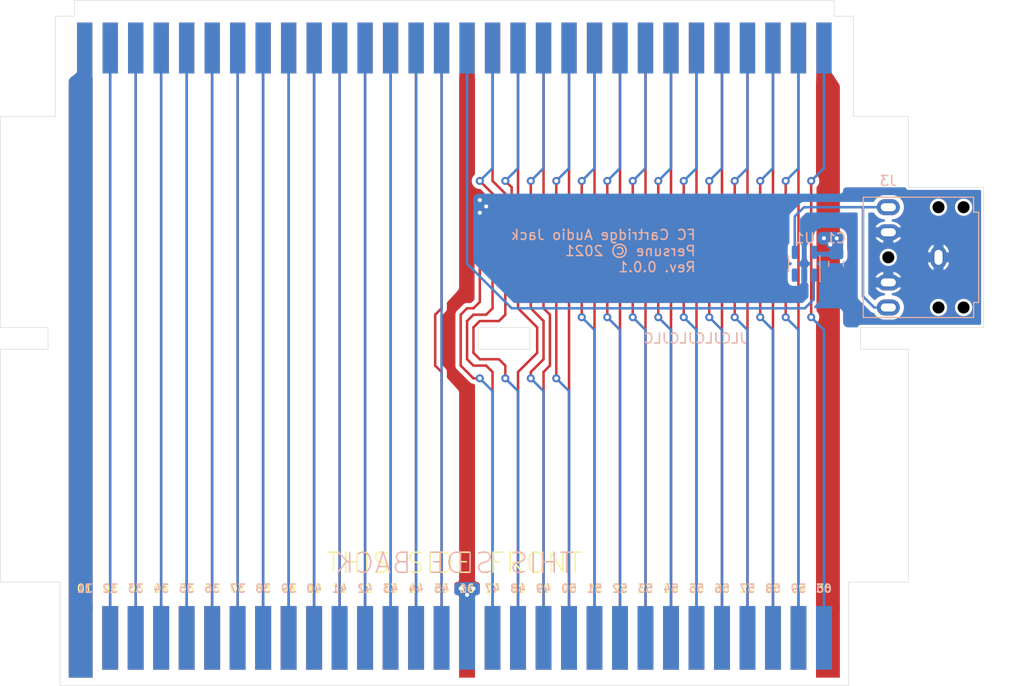
<source format=kicad_pcb>
(kicad_pcb (version 20211014) (generator pcbnew)
  (title_block (title "FC Cartridge Audio Jack") (date "2021-12-28") (rev "0.0.1") (company "Persune"))
  (layers (0 "F.Cu" mixed) (31 "B.Cu" mixed) (34 "B.Paste" user) (35 "F.Paste" user) (36 "B.SilkS" user "B.Silkscreen") (37 "F.SilkS" user "F.Silkscreen") (38 "B.Mask" user) (39 "F.Mask" user) (44 "Edge.Cuts" user))
  (net 0 "")
  (net 1 "/CPU_A11")
  (net 2 "/CPU_A10")
  (net 3 "/CPU_A9")
  (net 4 "/CPU_A8")
  (net 5 "/CPU_A7")
  (net 6 "/CPU_A6")
  (net 7 "/CPU_A5")
  (net 8 "/CPU_A4")
  (net 9 "/CPU_A3")
  (net 10 "/CPU_A2")
  (net 11 "/CPU_A1")
  (net 12 "/CPU_A0")
  (net 13 "/CPU_R~{W}")
  (net 14 "/~{IRQ}")
  (net 15 "/PPU_~{RD}")
  (net 16 "/CIRAM_A10")
  (net 17 "/PPU_A6")
  (net 18 "/PPU_A5")
  (net 19 "/PPU_A4")
  (net 20 "/PPU_A3")
  (net 21 "/PPU_A2")
  (net 22 "/PPU_A1")
  (net 23 "/PPU_A0")
  (net 24 "/PPU_D0")
  (net 25 "/PPU_D1")
  (net 26 "/PPU_D2")
  (net 27 "/PPU_D3")
  (net 28 "/M2")
  (net 29 "/CPU_A12")
  (net 30 "/CPU_A13")
  (net 31 "/CPU_A14")
  (net 32 "/CPU_D7")
  (net 33 "/CPU_D6")
  (net 34 "/CPU_D5")
  (net 35 "/CPU_D4")
  (net 36 "/CPU_D3")
  (net 37 "/CPU_D2")
  (net 38 "/CPU_D1")
  (net 39 "/CPU_D0")
  (net 40 "/~{ROMSEL}")
  (net 41 "/AUD_From2A03")
  (net 42 "/AUD_FromCart")
  (net 43 "/PPU_~{WR}")
  (net 44 "/CIRAM_~{CE}")
  (net 45 "/PPU_~{A13}")
  (net 46 "/PPU_A7")
  (net 47 "/PPU_A8")
  (net 48 "/PPU_A9")
  (net 49 "/PPU_A10")
  (net 50 "/PPU_A11")
  (net 51 "/PPU_A12")
  (net 52 "/PPU_A13")
  (net 53 "/PPU_D7")
  (net 54 "/PPU_D6")
  (net 55 "/PPU_D5")
  (net 56 "/PPU_D4")
  (net 57 "/AUD_Output")
  (net 58 "GND")
  (net 59 "VCC")
  (footprint "custom footprints:HVC-TGROM-01" (layer "F.Cu") (at 109.22 91.44)
    (fp_text reference "J2" hide)
    (fp_text value "ToConsole" hide)
    (pad "1" connect rect locked (at -37.226875 5.953125) (size 2.38125 7.14375) (layers "F.Cu") (net 58 "GND"))
    (pad "2" connect rect locked (at -34.29 5.55625) (size 1.5875 6.35) (layers "F.Cu") (net 1 "/CPU_A11"))
    (pad "3" connect rect locked (at -31.75 5.55625) (size 1.5875 6.35) (layers "F.Cu") (net 2 "/CPU_A10"))
    (pad "4" connect rect locked (at -29.21 5.55625) (size 1.5875 6.35) (layers "F.Cu") (net 3 "/CPU_A9"))
    (pad "5" connect rect locked (at -26.67 5.55625) (size 1.5875 6.35) (layers "F.Cu") (net 4 "/CPU_A8"))
    (pad "6" connect rect locked (at -24.13 5.55625) (size 1.5875 6.35) (layers "F.Cu") (net 5 "/CPU_A7"))
    (pad "7" connect rect locked (at -21.59 5.55625) (size 1.5875 6.35) (layers "F.Cu") (net 6 "/CPU_A6"))
    (pad "8" connect rect locked (at -19.05 5.55625) (size 1.5875 6.35) (layers "F.Cu") (net 7 "/CPU_A5"))
    (pad "9" connect rect locked (at -16.51 5.55625) (size 1.5875 6.35) (layers "F.Cu") (net 8 "/CPU_A4"))
    (pad "10" connect rect locked (at -13.97 5.55625) (size 1.5875 6.35) (layers "F.Cu") (net 9 "/CPU_A3"))
    (pad "11" connect rect locked (at -11.43 5.55625) (size 1.5875 6.35) (layers "F.Cu") (net 10 "/CPU_A2"))
    (pad "12" connect rect locked (at -8.89 5.55625) (size 1.5875 6.35) (layers "F.Cu") (net 11 "/CPU_A1"))
    (pad "13" connect rect locked (at -6.35 5.55625) (size 1.5875 6.35) (layers "F.Cu") (net 12 "/CPU_A0"))
    (pad "14" connect rect locked (at -3.81 5.55625) (size 1.5875 6.35) (layers "F.Cu") (net 13 "/CPU_R~{W}"))
    (pad "15" connect rect locked (at -1.27 5.55625) (size 1.5875 6.35) (layers "F.Cu") (net 14 "/~{IRQ}"))
    (pad "16" connect rect locked (at 1.27 5.953125) (size 1.5875 7.14375) (layers "F.Cu") (net 58 "GND"))
    (pad "17" connect rect locked (at 3.81 5.55625) (size 1.5875 6.35) (layers "F.Cu") (net 15 "/PPU_~{RD}"))
    (pad "18" connect rect locked (at 6.35 5.55625) (size 1.5875 6.35) (layers "F.Cu") (net 16 "/CIRAM_A10"))
    (pad "19" connect rect locked (at 8.89 5.55625) (size 1.5875 6.35) (layers "F.Cu") (net 17 "/PPU_A6"))
    (pad "20" connect rect locked (at 11.43 5.55625) (size 1.5875 6.35) (layers "F.Cu") (net 18 "/PPU_A5"))
    (pad "21" connect rect locked (at 13.97 5.55625) (size 1.5875 6.35) (layers "F.Cu") (net 19 "/PPU_A4"))
    (pad "22" connect rect locked (at 16.51 5.55625) (size 1.5875 6.35) (layers "F.Cu") (net 20 "/PPU_A3"))
    (pad "23" connect rect locked (at 19.05 5.55625) (size 1.5875 6.35) (layers "F.Cu") (net 21 "/PPU_A2"))
    (pad "24" connect rect locked (at 21.59 5.55625) (size 1.5875 6.35) (layers "F.Cu") (net 22 "/PPU_A1"))
    (pad "25" connect rect locked (at 24.13 5.55625) (size 1.5875 6.35) (layers "F.Cu") (net 23 "/PPU_A0"))
    (pad "26" connect rect locked (at 26.67 5.55625) (size 1.5875 6.35) (layers "F.Cu") (net 24 "/PPU_D0"))
    (pad "27" connect rect locked (at 29.21 5.55625) (size 1.5875 6.35) (layers "F.Cu") (net 25 "/PPU_D1"))
    (pad "28" connect rect locked (at 31.75 5.55625) (size 1.5875 6.35) (layers "F.Cu") (net 26 "/PPU_D2"))
    (pad "29" connect rect locked (at 34.29 5.55625) (size 1.5875 6.35) (layers "F.Cu") (net 27 "/PPU_D3"))
    (pad "30" connect rect locked (at 37.226875 5.953125) (size 2.38125 7.14375) (layers "F.Cu") (net 59 "VCC"))
    (pad "31" connect rect locked (at -37.226875 5.953125) (size 2.38125 7.14375) (layers "B.Cu") (net 59 "VCC"))
    (pad "32" connect rect locked (at -34.29 5.55625 180) (size 1.5875 6.35) (layers "B.Cu") (net 28 "/M2"))
    (pad "33" connect rect locked (at -31.75 5.55625 180) (size 1.5875 6.35) (layers "B.Cu") (net 29 "/CPU_A12"))
    (pad "34" connect rect locked (at -29.21 5.55625 180) (size 1.5875 6.35) (layers "B.Cu") (net 30 "/CPU_A13"))
    (pad "35" connect rect locked (at -26.67 5.55625 180) (size 1.5875 6.35) (layers "B.Cu") (net 31 "/CPU_A14"))
    (pad "36" connect rect locked (at -24.13 5.55625 180) (size 1.5875 6.35) (layers "B.Cu") (net 32 "/CPU_D7"))
    (pad "37" connect rect locked (at -21.59 5.55625 180) (size 1.5875 6.35) (layers "B.Cu") (net 33 "/CPU_D6"))
    (pad "38" connect rect locked (at -19.05 5.55625 180) (size 1.5875 6.35) (layers "B.Cu") (net 34 "/CPU_D5"))
    (pad "39" connect rect locked (at -16.51 5.55625 180) (size 1.5875 6.35) (layers "B.Cu") (net 35 "/CPU_D4"))
    (pad "40" connect rect locked (at -13.97 5.55625 180) (size 1.5875 6.35) (layers "B.Cu") (net 36 "/CPU_D3"))
    (pad "41" connect rect locked (at -11.43 5.55625 180) (size 1.5875 6.35) (layers "B.Cu") (net 37 "/CPU_D2"))
    (pad "42" connect rect locked (at -8.89 5.55625 180) (size 1.5875 6.35) (layers "B.Cu") (net 38 "/CPU_D1"))
    (pad "43" connect rect locked (at -6.35 5.55625 180) (size 1.5875 6.35) (layers "B.Cu") (net 39 "/CPU_D0"))
    (pad "44" connect rect locked (at -3.81 5.55625 180) (size 1.5875 6.35) (layers "B.Cu") (net 40 "/~{ROMSEL}"))
    (pad "45" connect rect locked (at -1.27 5.55625 180) (size 1.5875 6.35) (layers "B.Cu") (net 41 "/AUD_From2A03"))
    (pad "46" connect rect locked (at 1.27 5.55625 180) (size 1.5875 6.35) (layers "B.Cu") (net 58 "GND"))
    (pad "47" connect rect locked (at 3.81 5.55625 180) (size 1.5875 6.35) (layers "B.Cu") (net 43 "/PPU_~{WR}"))
    (pad "48" connect rect locked (at 6.35 5.55625 180) (size 1.5875 6.35) (layers "B.Cu") (net 44 "/CIRAM_~{CE}"))
    (pad "49" connect rect locked (at 8.89 5.55625 180) (size 1.5875 6.35) (layers "B.Cu") (net 45 "/PPU_~{A13}"))
    (pad "50" connect rect locked (at 11.43 5.55625 180) (size 1.5875 6.35) (layers "B.Cu") (net 46 "/PPU_A7"))
    (pad "51" connect rect locked (at 13.97 5.55625 180) (size 1.5875 6.35) (layers "B.Cu") (net 47 "/PPU_A8"))
    (pad "52" connect rect locked (at 16.51 5.55625 180) (size 1.5875 6.35) (layers "B.Cu") (net 48 "/PPU_A9"))
    (pad "53" connect rect locked (at 19.05 5.55625 180) (size 1.5875 6.35) (layers "B.Cu") (net 49 "/PPU_A10"))
    (pad "54" connect rect locked (at 21.59 5.55625 180) (size 1.5875 6.35) (layers "B.Cu") (net 50 "/PPU_A11"))
    (pad "55" connect rect locked (at 24.13 5.55625 180) (size 1.5875 6.35) (layers "B.Cu") (net 51 "/PPU_A12"))
    (pad "56" connect rect locked (at 26.67 5.55625 180) (size 1.5875 6.35) (layers "B.Cu") (net 52 "/PPU_A13"))
    (pad "57" connect rect locked (at 29.21 5.55625 180) (size 1.5875 6.35) (layers "B.Cu") (net 53 "/PPU_D7"))
    (pad "58" connect rect locked (at 31.75 5.55625 180) (size 1.5875 6.35) (layers "B.Cu") (net 54 "/PPU_D6"))
    (pad "59" connect rect locked (at 34.29 5.55625 180) (size 1.5875 6.35) (layers "B.Cu") (net 55 "/PPU_D5"))
    (pad "60" connect rect locked (at 36.83 5.55625 180) (size 1.5875 6.35) (layers "B.Cu") (net 56 "/PPU_D4"))
  )
  (footprint "custom footprints:card edge" (layer "F.Cu") (at 109.22 45.005625)
    (fp_text reference "J1" hide)
    (fp_text value "ToCartridge" hide)
    (fp_line (start -39.75 -10) (end -37.85 -10) (layer "Edge.Cuts") (width 0.05))
    (fp_line (start -37.85 -10) (end -37.85 -11.5875) (layer "Edge.Cuts") (width 0.05))
    (fp_line (start 39.75 -10) (end 37.85 -10) (layer "Edge.Cuts") (width 0.05))
    (fp_line (start 39.75 -10) (end 39.75 0) (layer "Edge.Cuts") (width 0.05))
    (fp_line (start 37.85 -10) (end 37.85 -11.5875) (layer "Edge.Cuts") (width 0.05))
    (fp_line (start 37.85 -11.5875) (end -37.85 -11.5875) (layer "Edge.Cuts") (width 0.05))
    (fp_line (start 45.24375 0) (end 39.75 0) (layer "Edge.Cuts") (width 0.05))
    (fp_line (start -39.75 -10) (end -39.75 0) (layer "Edge.Cuts") (width 0.05))
    (fp_line (start -39.75 0) (end -45.24375 0) (layer "Edge.Cuts") (width 0.05))
    (pad "1" connect rect (at -36.83 -6.825) (size 1.524 5.08) (layers "F.Cu") (net 58 "GND"))
    (pad "2" connect rect (at -34.29 -6.825) (size 1.524 5.08) (layers "F.Cu") (net 1 "/CPU_A11"))
    (pad "3" connect rect (at -31.75 -6.825) (size 1.524 5.08) (layers "F.Cu") (net 2 "/CPU_A10"))
    (pad "4" connect rect (at -29.21 -6.825) (size 1.524 5.08) (layers "F.Cu") (net 3 "/CPU_A9"))
    (pad "5" connect rect (at -26.67 -6.825) (size 1.524 5.08) (layers "F.Cu") (net 4 "/CPU_A8"))
    (pad "6" connect rect (at -24.13 -6.825) (size 1.524 5.08) (layers "F.Cu") (net 5 "/CPU_A7"))
    (pad "7" connect rect (at -21.59 -6.825) (size 1.524 5.08) (layers "F.Cu") (net 6 "/CPU_A6"))
    (pad "8" connect rect (at -19.05 -6.825) (size 1.524 5.08) (layers "F.Cu") (net 7 "/CPU_A5"))
    (pad "9" connect rect (at -16.51 -6.825) (size 1.524 5.08) (layers "F.Cu") (net 8 "/CPU_A4"))
    (pad "10" connect rect (at -13.97 -6.825) (size 1.524 5.08) (layers "F.Cu") (net 9 "/CPU_A3"))
    (pad "11" connect rect (at -11.43 -6.825) (size 1.524 5.08) (layers "F.Cu") (net 10 "/CPU_A2"))
    (pad "12" connect rect (at -8.89 -6.825) (size 1.524 5.08) (layers "F.Cu") (net 11 "/CPU_A1"))
    (pad "13" connect rect (at -6.35 -6.825) (size 1.524 5.08) (layers "F.Cu") (net 12 "/CPU_A0"))
    (pad "14" connect rect (at -3.81 -6.825) (size 1.524 5.08) (layers "F.Cu") (net 13 "/CPU_R~{W}"))
    (pad "15" connect rect (at -1.27 -6.825) (size 1.524 5.08) (layers "F.Cu") (net 14 "/~{IRQ}"))
    (pad "16" connect rect (at 1.27 -6.825) (size 1.524 5.08) (layers "F.Cu") (net 58 "GND"))
    (pad "17" connect rect (at 3.81 -6.825) (size 1.524 5.08) (layers "F.Cu") (net 15 "/PPU_~{RD}"))
    (pad "18" connect rect (at 6.35 -6.825) (size 1.524 5.08) (layers "F.Cu") (net 16 "/CIRAM_A10"))
    (pad "19" connect rect (at 8.89 -6.825) (size 1.524 5.08) (layers "F.Cu") (net 17 "/PPU_A6"))
    (pad "20" connect rect (at 11.43 -6.825) (size 1.524 5.08) (layers "F.Cu") (net 18 "/PPU_A5"))
    (pad "21" connect rect (at 13.97 -6.825) (size 1.524 5.08) (layers "F.Cu") (net 19 "/PPU_A4"))
    (pad "22" connect rect (at 16.51 -6.825) (size 1.524 5.08) (layers "F.Cu") (net 20 "/PPU_A3"))
    (pad "23" connect rect (at 19.05 -6.825) (size 1.524 5.08) (layers "F.Cu") (net 21 "/PPU_A2"))
    (pad "24" connect rect (at 21.59 -6.825) (size 1.524 5.08) (layers "F.Cu") (net 22 "/PPU_A1"))
    (pad "25" connect rect (at 24.13 -6.825) (size 1.524 5.08) (layers "F.Cu") (net 23 "/PPU_A0"))
    (pad "26" connect rect (at 26.67 -6.825) (size 1.524 5.08) (layers "F.Cu") (net 24 "/PPU_D0"))
    (pad "27" connect rect (at 29.21 -6.825) (size 1.524 5.08) (layers "F.Cu") (net 25 "/PPU_D1"))
    (pad "28" connect rect (at 31.75 -6.825) (size 1.524 5.08) (layers "F.Cu") (net 26 "/PPU_D2"))
    (pad "29" connect rect (at 34.29 -6.825) (size 1.524 5.08) (layers "F.Cu") (net 27 "/PPU_D3"))
    (pad "30" connect rect (at 36.83 -6.825) (size 1.524 5.08) (layers "F.Cu") (net 59 "VCC"))
    (pad "31" connect rect (at -36.83 -6.825) (size 1.524 5.08) (layers "B.Cu") (net 59 "VCC"))
    (pad "32" connect rect (at -34.29 -6.825) (size 1.524 5.08) (layers "B.Cu") (net 28 "/M2"))
    (pad "33" connect rect (at -31.75 -6.825) (size 1.524 5.08) (layers "B.Cu") (net 29 "/CPU_A12"))
    (pad "34" connect rect (at -29.21 -6.825) (size 1.524 5.08) (layers "B.Cu") (net 30 "/CPU_A13"))
    (pad "35" connect rect (at -26.67 -6.825) (size 1.524 5.08) (layers "B.Cu") (net 31 "/CPU_A14"))
    (pad "36" connect rect (at -24.13 -6.825) (size 1.524 5.08) (layers "B.Cu") (net 32 "/CPU_D7"))
    (pad "37" connect rect (at -21.59 -6.825) (size 1.524 5.08) (layers "B.Cu") (net 33 "/CPU_D6"))
    (pad "38" connect rect (at -19.05 -6.825) (size 1.524 5.08) (layers "B.Cu") (net 34 "/CPU_D5"))
    (pad "39" connect rect (at -16.51 -6.825) (size 1.524 5.08) (layers "B.Cu") (net 35 "/CPU_D4"))
    (pad "40" connect rect (at -13.97 -6.825) (size 1.524 5.08) (layers "B.Cu") (net 36 "/CPU_D3"))
    (pad "41" connect rect (at -11.43 -6.825) (size 1.524 5.08) (layers "B.Cu") (net 37 "/CPU_D2"))
    (pad "42" connect rect (at -8.89 -6.825) (size 1.524 5.08) (layers "B.Cu") (net 38 "/CPU_D1"))
    (pad "43" connect rect (at -6.35 -6.825) (size 1.524 5.08) (layers "B.Cu") (net 39 "/CPU_D0"))
    (pad "44" connect rect (at -3.81 -6.825) (size 1.524 5.08) (layers "B.Cu") (net 40 "/~{ROMSEL}"))
    (pad "45" connect rect (at -1.27 -6.825) (size 1.524 5.08) (layers "B.Cu") (net 41 "/AUD_From2A03"))
    (pad "46" connect rect (at 1.27 -6.825) (size 1.524 5.08) (layers "B.Cu") (net 42 "/AUD_FromCart"))
    (pad "47" connect rect (at 3.81 -6.825) (size 1.524 5.08) (layers "B.Cu") (net 43 "/PPU_~{WR}"))
    (pad "48" connect rect (at 6.35 -6.825) (size 1.524 5.08) (layers "B.Cu") (net 44 "/CIRAM_~{CE}"))
    (pad "49" connect rect (at 8.89 -6.825) (size 1.524 5.08) (layers "B.Cu") (net 45 "/PPU_~{A13}"))
    (pad "50" connect rect (at 11.43 -6.825) (size 1.524 5.08) (layers "B.Cu") (net 46 "/PPU_A7"))
    (pad "51" connect rect (at 13.97 -6.825) (size 1.524 5.08) (layers "B.Cu") (net 47 "/PPU_A8"))
    (pad "52" connect rect (at 16.51 -6.825) (size 1.524 5.08) (layers "B.Cu") (net 48 "/PPU_A9"))
    (pad "53" connect rect (at 19.05 -6.825) (size 1.524 5.08) (layers "B.Cu") (net 49 "/PPU_A10"))
    (pad "54" connect rect (at 21.59 -6.825) (size 1.524 5.08) (layers "B.Cu") (net 50 "/PPU_A11"))
    (pad "55" connect rect (at 24.13 -6.825) (size 1.524 5.08) (layers "B.Cu") (net 51 "/PPU_A12"))
    (pad "56" connect rect (at 26.67 -6.825) (size 1.524 5.08) (layers "B.Cu") (net 52 "/PPU_A13"))
    (pad "57" connect rect (at 29.21 -6.825) (size 1.524 5.08) (layers "B.Cu") (net 53 "/PPU_D7"))
    (pad "58" connect rect (at 31.75 -6.825) (size 1.524 5.08) (layers "B.Cu") (net 54 "/PPU_D6"))
    (pad "59" connect rect (at 34.29 -6.825) (size 1.524 5.08) (layers "B.Cu") (net 55 "/PPU_D5"))
    (pad "60" connect rect (at 36.83 -6.825) (size 1.524 5.08) (layers "B.Cu") (net 56 "/PPU_D4"))
  )
  (footprint "Capacitor_SMD:C_0805_2012Metric" (layer "B.Cu") (at 147.265 59.69 -90)
    (fp_text reference "C1" (at -2.54 0 180) (layer "B.SilkS") (effects (justify mirror)))
    (fp_text value "100nF")
    (fp_line (start -0.261252 0.735) (end 0.261252 0.735) (layer "B.SilkS") (width 0.12))
    (fp_line (start -0.261252 -0.735) (end 0.261252 -0.735) (layer "B.SilkS") (width 0.12))
    (pad "1" smd roundrect locked (at -0.95 0 270) (size 1 1.45) (layers "B.Cu" "B.Paste" "B.Mask") (net 59 "VCC"))
    (pad "2" smd roundrect locked (at 0.95 0 270) (size 1 1.45) (layers "B.Cu" "B.Paste" "B.Mask") (net 58 "GND"))
  )
  (footprint "Package_TO_SOT_SMD:SOT-23-5" (layer "B.Cu") (at 144.09 59.69 90)
    (fp_text reference "U1" (at 2.54 0.055 180) (layer "B.SilkS") (effects (justify mirror)))
    (fp_text value "LM321")
    (fp_line (start 0 -1.56) (end 0.8 -1.56) (layer "B.SilkS") (width 0.12))
    (fp_line (start 0 1.56) (end 0.8 1.56) (layer "B.SilkS") (width 0.12))
    (fp_line (start 0 1.56) (end -1.8 1.56) (layer "B.SilkS") (width 0.12))
    (fp_line (start 0 -1.56) (end -0.8 -1.56) (layer "B.SilkS") (width 0.12))
    (pad "1" smd roundrect locked (at -1.1375 0.95 90) (size 1.325 0.6) (layers "B.Cu" "B.Paste" "B.Mask") (net 42 "/AUD_FromCart"))
    (pad "2" smd roundrect locked (at -1.1375 0 90) (size 1.325 0.6) (layers "B.Cu" "B.Paste" "B.Mask") (net 58 "GND"))
    (pad "3" smd roundrect locked (at -1.1375 -0.95 90) (size 1.325 0.6) (layers "B.Cu" "B.Paste" "B.Mask") (net 57 "/AUD_Output"))
    (pad "4" smd roundrect locked (at 1.1375 -0.95 90) (size 1.325 0.6) (layers "B.Cu" "B.Paste" "B.Mask") (net 57 "/AUD_Output"))
    (pad "5" smd roundrect locked (at 1.1375 0.95 90) (size 1.325 0.6) (layers "B.Cu" "B.Paste" "B.Mask") (net 59 "VCC"))
  )
  (footprint "Symbol:OSHW-Logo_7.5x8mm_Copper" (layer "B.Cu") (at 137.795 58.42 180)
    (fp_text reference "REF**" hide)
    (fp_text value "OSHW-Logo_7.5x8mm_Copper" hide)
  )
  (footprint "custom footprints:SJ1-3524NG" (layer "B.Cu") (at 161.96375 59.055 90)
    (fp_text reference "J3" (at 7.62 -9.5 unlocked) (layer "B.SilkS") (effects (justify mirror)))
    (fp_text value "AudioJack3_SwitchTR" hide)
    (fp_line (start 6 -1) (end 4.5 -1) (layer "B.SilkS") (width 0.12))
    (fp_line (start -4.5 -0.5) (end -4.5 -1) (layer "B.SilkS") (width 0.12))
    (fp_line (start 4.5 -1) (end 4.5 -0.5) (layer "B.SilkS") (width 0.12))
    (fp_line (start -4.5 -1) (end -6 -1) (layer "B.SilkS") (width 0.12))
    (fp_line (start 4.5 -0.5) (end -4.5 -0.5) (layer "B.SilkS") (width 0.12))
    (fp_line (start -6 -1) (end -6 -12) (layer "B.SilkS") (width 0.12))
    (fp_line (start -6 -12) (end 6 -12) (layer "B.SilkS") (width 0.12))
    (fp_line (start 6 -12) (end 6 -1) (layer "B.SilkS") (width 0.12))
    (pad "" np_thru_hole circle (at 0 -9.5 90) (size 1.2 1.2) (drill 1.2) (layers *.Mask))
    (pad "" np_thru_hole circle (at 5 -4.5 90) (size 1.2 1.2) (drill 1.2) (layers *.Mask))
    (pad "" np_thru_hole circle (at -5 -4.5 90) (size 1.2 1.2) (drill 1.2) (layers *.Mask))
    (pad "" np_thru_hole circle (at 5 -2 90) (size 1.2 1.2) (drill 1.2) (layers *.Mask))
    (pad "" np_thru_hole circle (at -5 -2 90) (size 1.2 1.2) (drill 1.2) (layers *.Mask))
    (pad "R" thru_hole oval (at 5 -9.5) (size 2.3 1.6) (drill oval 1.5 0.8) (layers *.Cu *.Mask) (net 57 "/AUD_Output"))
    (pad "RN" thru_hole oval (at 2.5 -9.5) (size 2.3 1.6) (drill oval 1.5 0.8) (layers *.Cu *.Mask) (net 58 "GND"))
    (pad "S" thru_hole oval (at 0 -4.5 90) (size 2.3 1.6) (drill oval 1.5 0.8) (layers *.Cu *.Mask) (net 58 "GND"))
    (pad "T" thru_hole oval (at -5 -9.5) (size 2.3 1.6) (drill oval 1.5 0.8) (layers *.Cu *.Mask) (net 57 "/AUD_Output"))
    (pad "TN" thru_hole oval (at -2.5 -9.5 180) (size 2.3 1.6) (drill oval 1.5 0.8) (layers *.Cu *.Mask) (net 58 "GND"))
  )
  (gr_line (start 116.760625 68.222813) (end 111.60125 68.222813) (layer "Edge.Cuts") (width 0.05))
  (gr_line (start 111.60125 68.222813) (end 111.60125 66.04) (layer "Edge.Cuts") (width 0.05))
  (gr_line (start 148.510625 91.44) (end 154.46375 91.44) (layer "Edge.Cuts") (width 0.05))
  (gr_line (start 63.97625 91.44) (end 69.929375 91.44) (layer "Edge.Cuts") (width 0.05))
  (gr_line (start 161.96375 66.04) (end 161.96375 52.07) (layer "Edge.Cuts") (width 0.05))
  (gr_line (start 154.46375 68.222812) (end 149.70125 68.222812) (layer "Edge.Cuts") (width 0.05))
  (gr_line (start 63.97625 68.222812) (end 63.97625 91.44) (layer "Edge.Cuts") (width 0.05))
  (gr_line (start 154.46375 52.07) (end 161.96375 52.07) (layer "Edge.Cuts") (width 0.05))
  (gr_line (start 116.760625 66.04) (end 116.760625 68.222813) (layer "Edge.Cuts") (width 0.05))
  (gr_line (start 68.73875 66.04) (end 68.73875 68.222813) (layer "Edge.Cuts") (width 0.05))
  (gr_line (start 69.929375 91.44) (end 69.929375 101.75875) (layer "Edge.Cuts") (width 0.05))
  (gr_line (start 63.97625 45.005625) (end 63.97625 66.04) (layer "Edge.Cuts") (width 0.05))
  (gr_line (start 154.46375 91.44) (end 154.46375 68.222812) (layer "Edge.Cuts") (width 0.05))
  (gr_line (start 148.510625 101.75875) (end 148.510625 91.44) (layer "Edge.Cuts") (width 0.05))
  (gr_line (start 149.70125 66.04) (end 161.96375 66.04) (layer "Edge.Cuts") (width 0.05))
  (gr_line (start 154.46375 52.07) (end 154.46375 45.005625) (layer "Edge.Cuts") (width 0.05))
  (gr_line (start 149.70125 68.222812) (end 149.70125 66.04) (layer "Edge.Cuts") (width 0.05))
  (gr_line (start 68.73875 68.222813) (end 63.97625 68.222812) (layer "Edge.Cuts") (width 0.05))
  (gr_line (start 111.60125 66.04) (end 116.760625 66.04) (layer "Edge.Cuts") (width 0.05))
  (gr_line (start 69.929375 101.75875) (end 148.510625 101.75875) (layer "Edge.Cuts") (width 0.05))
  (gr_line (start 63.97625 66.04) (end 68.73875 66.04) (layer "Edge.Cuts") (width 0.05))
  (gr_text "50" (at 120.65 92.075) (layer "B.SilkS") (effects (font (size 0.8 0.8)) (justify mirror)))
  (gr_text "37" (at 87.63 92.075) (layer "B.SilkS") (effects (font (size 0.8 0.8)) (justify mirror)))
  (gr_text "38" (at 90.17 92.075) (layer "B.SilkS") (effects (font (size 0.8 0.8)) (justify mirror)))
  (gr_text "42" (at 100.33 92.075) (layer "B.SilkS") (effects (font (size 0.8 0.8)) (justify mirror)))
  (gr_text "48" (at 115.57 92.075) (layer "B.SilkS") (effects (font (size 0.8 0.8)) (justify mirror)))
  (gr_text "44" (at 105.41 92.075) (layer "B.SilkS") (effects (font (size 0.8 0.8)) (justify mirror)))
  (gr_text "54" (at 130.81 92.075) (layer "B.SilkS") (effects (font (size 0.8 0.8)) (justify mirror)))
  (gr_text "60" (at 146.05 92.075) (layer "B.SilkS") (effects (font (size 0.8 0.8)) (justify mirror)))
  (gr_text "57" (at 138.43 92.075) (layer "B.SilkS") (effects (font (size 0.8 0.8)) (justify mirror)))
  (gr_text "FC Cartridge Audio Jack\nPersune © 2021\nRev. 0.0.1" (at 133.35 58.42) (layer "B.SilkS") (effects (font (size 1 1)) (justify left mirror)))
  (gr_text "36" (at 85.09 92.075) (layer "B.SilkS") (effects (font (size 0.8 0.8)) (justify mirror)))
  (gr_text "41" (at 97.79 92.075) (layer "B.SilkS") (effects (font (size 0.8 0.8)) (justify mirror)))
  (gr_text "32" (at 74.93 92.075) (layer "B.SilkS") (effects (font (size 0.8 0.8)) (justify mirror)))
  (gr_text "39" (at 92.71 92.075) (layer "B.SilkS") (effects (font (size 0.8 0.8)) (justify mirror)))
  (gr_text "46" (at 110.49 92.075) (layer "B.SilkS") (effects (font (size 0.8 0.8)) (justify mirror)))
  (gr_text "31" (at 72.39 92.075) (layer "B.SilkS") (effects (font (size 0.8 0.8)) (justify mirror)))
  (gr_text "49" (at 118.11 92.075) (layer "B.SilkS") (effects (font (size 0.8 0.8)) (justify mirror)))
  (gr_text "58" (at 140.97 92.075) (layer "B.SilkS") (effects (font (size 0.8 0.8)) (justify mirror)))
  (gr_text "45" (at 107.95 92.075) (layer "B.SilkS") (effects (font (size 0.8 0.8)) (justify mirror)))
  (gr_text "33" (at 77.47 92.075) (layer "B.SilkS") (effects (font (size 0.8 0.8)) (justify mirror)))
  (gr_text "59" (at 143.51 92.075) (layer "B.SilkS") (effects (font (size 0.8 0.8)) (justify mirror)))
  (gr_text "THIS SIDE BACK" (at 109.22 89.535) (layer "B.SilkS") (effects (font (size 2 2)) (justify mirror)))
  (gr_text "47" (at 113.03 92.075) (layer "B.SilkS") (effects (font (size 0.8 0.8)) (justify mirror)))
  (gr_text "35" (at 82.55 92.075) (layer "B.SilkS") (effects (font (size 0.8 0.8)) (justify mirror)))
  (gr_text "43" (at 102.87 92.075) (layer "B.SilkS") (effects (font (size 0.8 0.8)) (justify mirror)))
  (gr_text "55" (at 133.35 92.075) (layer "B.SilkS") (effects (font (size 0.8 0.8)) (justify mirror)))
  (gr_text "56" (at 135.89 92.075) (layer "B.SilkS") (effects (font (size 0.8 0.8)) (justify mirror)))
  (gr_text "JLCJLCJLCJLC" (at 133.230938 67.131406) (layer "B.SilkS") (effects (font (size 1 1)) (justify mirror)))
  (gr_text "51" (at 123.19 92.075) (layer "B.SilkS") (effects (font (size 0.8 0.8)) (justify mirror)))
  (gr_text "53" (at 128.27 92.075) (layer "B.SilkS") (effects (font (size 0.8 0.8)) (justify mirror)))
  (gr_text "52" (at 125.73 92.075) (layer "B.SilkS") (effects (font (size 0.8 0.8)) (justify mirror)))
  (gr_text "40" (at 95.25 92.075) (layer "B.SilkS") (effects (font (size 0.8 0.8)) (justify mirror)))
  (gr_text "34" (at 80.01 92.075) (layer "B.SilkS") (effects (font (size 0.8 0.8)) (justify mirror)))
  (gr_text "16" (at 110.49 92.075) (layer "F.SilkS") (effects (font (size 0.8 0.8))))
  (gr_text "20" (at 120.65 92.075) (layer "F.SilkS") (effects (font (size 0.8 0.8))))
  (gr_text "THIS SIDE FRONT" (at 109.22 89.535) (layer "F.SilkS") (effects (font (size 2 2))))
  (gr_text "21" (at 123.19 92.075) (layer "F.SilkS") (effects (font (size 0.8 0.8))))
  (gr_text "15" (at 107.95 92.075) (layer "F.SilkS") (effects (font (size 0.8 0.8))))
  (gr_text "10" (at 95.25 92.075) (layer "F.SilkS") (effects (font (size 0.8 0.8))))
  (gr_text "14" (at 105.41 92.075) (layer "F.SilkS") (effects (font (size 0.8 0.8))))
  (gr_text "19" (at 118.11 92.075) (layer "F.SilkS") (effects (font (size 0.8 0.8))))
  (gr_text "25" (at 133.35 92.075) (layer "F.SilkS") (effects (font (size 0.8 0.8))))
  (gr_text "29" (at 143.51 92.075) (layer "F.SilkS") (effects (font (size 0.8 0.8))))
  (gr_text "06" (at 85.09 92.075) (layer "F.SilkS") (effects (font (size 0.8 0.8))))
  (gr_text "27" (at 138.43 92.075) (layer "F.SilkS") (effects (font (size 0.8 0.8))))
  (gr_text "11" (at 97.79 92.075) (layer "F.SilkS") (effects (font (size 0.8 0.8))))
  (gr_text "08" (at 90.17 92.075) (layer "F.SilkS") (effects (font (size 0.8 0.8))))
  (gr_text "01" (at 72.39 92.075) (layer "F.SilkS") (effects (font (size 0.8 0.8))))
  (gr_text "04" (at 80.01 92.075) (layer "F.SilkS") (effects (font (size 0.8 0.8))))
  (gr_text "02" (at 74.93 92.075) (layer "F.SilkS") (effects (font (size 0.8 0.8))))
  (gr_text "09" (at 92.71 92.075) (layer "F.SilkS") (effects (font (size 0.8 0.8))))
  (gr_text "18" (at 115.57 92.075) (layer "F.SilkS") (effects (font (size 0.8 0.8))))
  (gr_text "28" (at 140.97 92.075) (layer "F.SilkS") (effects (font (size 0.8 0.8))))
  (gr_text "13" (at 102.87 92.075) (layer "F.SilkS") (effects (font (size 0.8 0.8))))
  (gr_text "24" (at 130.81 92.075) (layer "F.SilkS") (effects (font (size 0.8 0.8))))
  (gr_text "30" (at 146.05 92.075) (layer "F.SilkS") (effects (font (size 0.8 0.8))))
  (gr_text "07" (at 87.63 92.075) (layer "F.SilkS") (effects (font (size 0.8 0.8))))
  (gr_text "05" (at 82.55 92.075) (layer "F.SilkS") (effects (font (size 0.8 0.8))))
  (gr_text "26" (at 135.89 92.075) (layer "F.SilkS") (effects (font (size 0.8 0.8))))
  (gr_text "12" (at 100.33 92.075) (layer "F.SilkS") (effects (font (size 0.8 0.8))))
  (gr_text "22" (at 125.73 92.075) (layer "F.SilkS") (effects (font (size 0.8 0.8))))
  (gr_text "03" (at 77.47 92.075) (layer "F.SilkS") (effects (font (size 0.8 0.8))))
  (gr_text "23" (at 128.27 92.075) (layer "F.SilkS") (effects (font (size 0.8 0.8))))
  (gr_text "17" (at 113.03 92.075) (layer "F.SilkS") (effects (font (size 0.8 0.8))))
  (segment (start 74.93 96.99625) (end 74.93 38.1) (width 0.25) (layer "F.Cu") (net 1))
  (segment (start 77.47 96.99625) (end 77.47 38.1) (width 0.25) (layer "F.Cu") (net 2))
  (segment (start 80.01 96.99625) (end 80.01 38.1) (width 0.25) (layer "F.Cu") (net 3))
  (segment (start 82.55 96.99625) (end 82.55 38.1) (width 0.25) (layer "F.Cu") (net 4))
  (segment (start 85.09 96.99625) (end 85.09 38.1) (width 0.25) (layer "F.Cu") (net 5))
  (segment (start 87.63 96.99625) (end 87.63 38.1) (width 0.25) (layer "F.Cu") (net 6))
  (segment (start 90.17 96.99625) (end 90.17 38.1) (width 0.25) (layer "F.Cu") (net 7))
  (segment (start 92.71 96.99625) (end 92.71 38.1) (width 0.25) (layer "F.Cu") (net 8))
  (segment (start 95.25 96.99625) (end 95.25 38.1) (width 0.25) (layer "F.Cu") (net 9))
  (segment (start 97.79 96.99625) (end 97.79 38.1) (width 0.25) (layer "F.Cu") (net 10))
  (segment (start 100.33 96.99625) (end 100.33 38.1) (width 0.25) (layer "F.Cu") (net 11))
  (segment (start 102.87 96.99625) (end 102.87 38.1) (width 0.25) (layer "F.Cu") (net 12))
  (segment (start 105.41 96.99625) (end 105.41 38.1) (width 0.25) (layer "F.Cu") (net 13))
  (segment (start 107.95 70.485) (end 107.315 69.85) (width 0.25) (layer "F.Cu") (net 14))
  (segment (start 107.95 96.99625) (end 107.95 70.485) (width 0.25) (layer "F.Cu") (net 14))
  (segment (start 107.315 64.77) (end 107.95 64.135) (width 0.25) (layer "F.Cu") (net 14))
  (segment (start 107.95 64.135) (end 107.95 38.1) (width 0.25) (layer "F.Cu") (net 14))
  (segment (start 107.315 69.85) (end 107.315 64.77) (width 0.25) (layer "F.Cu") (net 14))
  (segment (start 113.03 51.435) (end 113.03 38.1) (width 0.25) (layer "F.Cu") (net 15))
  (segment (start 111.125 69.85) (end 110.49 69.215) (width 0.25) (layer "F.Cu") (net 15))
  (segment (start 113.03 56.515) (end 114.3 55.245) (width 0.25) (layer "F.Cu") (net 15))
  (segment (start 113.03 70.485) (end 112.395 69.85) (width 0.25) (layer "F.Cu") (net 15))
  (segment (start 110.49 65.405) (end 111.125 64.77) (width 0.25) (layer "F.Cu") (net 15))
  (segment (start 111.125 64.77) (end 112.395 64.77) (width 0.25) (layer "F.Cu") (net 15))
  (segment (start 113.03 96.99625) (end 113.03 70.485) (width 0.25) (layer "F.Cu") (net 15))
  (segment (start 113.03 64.135) (end 113.03 56.515) (width 0.25) (layer "F.Cu") (net 15))
  (segment (start 112.395 69.85) (end 111.125 69.85) (width 0.25) (layer "F.Cu") (net 15))
  (segment (start 112.395 64.77) (end 113.03 64.135) (width 0.25) (layer "F.Cu") (net 15))
  (segment (start 110.49 69.215) (end 110.49 65.405) (width 0.25) (layer "F.Cu") (net 15))
  (segment (start 114.3 55.245) (end 114.3 52.705) (width 0.25) (layer "F.Cu") (net 15))
  (segment (start 114.3 52.705) (end 113.03 51.435) (width 0.25) (layer "F.Cu") (net 15))
  (segment (start 115.57 64.135) (end 115.57 38.1) (width 0.25) (layer "F.Cu") (net 16))
  (segment (start 117.475 66.04) (end 115.57 64.135) (width 0.25) (layer "F.Cu") (net 16))
  (segment (start 115.57 70.485) (end 117.475 68.58) (width 0.25) (layer "F.Cu") (net 16))
  (segment (start 117.475 68.58) (end 117.475 66.04) (width 0.25) (layer "F.Cu") (net 16))
  (segment (start 115.57 96.99625) (end 115.57 70.485) (width 0.25) (layer "F.Cu") (net 16))
  (segment (start 118.11 64.135) (end 118.11 38.1) (width 0.25) (layer "F.Cu") (net 17))
  (segment (start 118.745 64.77) (end 118.11 64.135) (width 0.25) (layer "F.Cu") (net 17))
  (segment (start 118.11 96.99625) (end 118.11 70.485) (width 0.25) (layer "F.Cu") (net 17))
  (segment (start 118.745 69.85) (end 118.745 64.77) (width 0.25) (layer "F.Cu") (net 17))
  (segment (start 118.11 70.485) (end 118.745 69.85) (width 0.25) (layer "F.Cu") (net 17))
  (segment (start 120.65 96.99625) (end 120.65 38.1) (width 0.25) (layer "F.Cu") (net 18))
  (segment (start 123.19 96.99625) (end 123.19 38.1) (width 0.25) (layer "F.Cu") (net 19))
  (segment (start 125.73 96.99625) (end 125.73 38.1) (width 0.25) (layer "F.Cu") (net 20))
  (segment (start 128.27 96.99625) (end 128.27 38.1) (width 0.25) (layer "F.Cu") (net 21))
  (segment (start 130.81 96.99625) (end 130.81 38.1) (width 0.25) (layer "F.Cu") (net 22))
  (segment (start 133.35 96.99625) (end 133.35 38.1) (width 0.25) (layer "F.Cu") (net 23))
  (segment (start 135.89 96.99625) (end 135.89 38.1) (width 0.25) (layer "F.Cu") (net 24))
  (segment (start 138.43 96.99625) (end 138.43 38.1) (width 0.25) (layer "F.Cu") (net 25))
  (segment (start 140.97 96.99625) (end 140.97 38.1) (width 0.25) (layer "F.Cu") (net 26))
  (segment (start 143.51 96.99625) (end 143.51 38.1) (width 0.25) (layer "F.Cu") (net 27))
  (segment (start 74.93 96.99625) (end 74.93 38.1) (width 0.25) (layer "B.Cu") (net 28))
  (segment (start 77.47 96.99625) (end 77.47 38.1) (width 0.25) (layer "B.Cu") (net 29))
  (segment (start 80.01 96.99625) (end 80.01 38.1) (width 0.25) (layer "B.Cu") (net 30))
  (segment (start 82.55 96.99625) (end 82.55 38.1) (width 0.25) (layer "B.Cu") (net 31))
  (segment (start 85.09 96.99625) (end 85.09 38.1) (width 0.25) (layer "B.Cu") (net 32))
  (segment (start 87.63 96.99625) (end 87.63 38.1) (width 0.25) (layer "B.Cu") (net 33))
  (segment (start 90.17 96.99625) (end 90.17 38.1) (width 0.25) (layer "B.Cu") (net 34))
  (segment (start 92.71 96.99625) (end 92.71 38.1) (width 0.25) (layer "B.Cu") (net 35))
  (segment (start 95.25 96.99625) (end 95.25 38.1) (width 0.25) (layer "B.Cu") (net 36))
  (segment (start 97.79 96.99625) (end 97.79 38.1) (width 0.25) (layer "B.Cu") (net 37))
  (segment (start 100.33 96.99625) (end 100.33 38.1) (width 0.25) (layer "B.Cu") (net 38))
  (segment (start 102.87 96.99625) (end 102.87 38.1) (width 0.25) (layer "B.Cu") (net 39))
  (segment (start 105.41 96.99625) (end 105.41 38.1) (width 0.25) (layer "B.Cu") (net 40))
  (segment (start 107.95 96.99625) (end 107.95 38.1) (width 0.25) (layer "B.Cu") (net 41))
  (segment (start 145.04 60.8275) (end 145.04 63.24) (width 0.25) (layer "B.Cu") (net 42))
  (segment (start 114.935 64.135) (end 110.49 59.69) (width 0.25) (layer "B.Cu") (net 42))
  (segment (start 145.04 63.24) (end 144.145 64.135) (width 0.25) (layer "B.Cu") (net 42))
  (segment (start 144.145 64.135) (end 114.935 64.135) (width 0.25) (layer "B.Cu") (net 42))
  (segment (start 110.49 59.69) (end 110.49 38.1) (width 0.25) (layer "B.Cu") (net 42))
  (segment (start 110.49 64.135) (end 111.125 64.135) (width 0.25) (layer "F.Cu") (net 43))
  (segment (start 111.76 56.515) (end 113.665 54.61) (width 0.25) (layer "F.Cu") (net 43))
  (segment (start 113.665 54.61) (end 113.665 53.34) (width 0.25) (layer "F.Cu") (net 43))
  (segment (start 113.665 53.34) (end 111.76 51.435) (width 0.25) (layer "F.Cu") (net 43))
  (segment (start 109.855 69.85) (end 109.855 64.77) (width 0.25) (layer "F.Cu") (net 43))
  (segment (start 111.76 63.5) (end 111.76 56.515) (width 0.25) (layer "F.Cu") (net 43))
  (segment (start 111.125 64.135) (end 111.76 63.5) (width 0.25) (layer "F.Cu") (net 43))
  (segment (start 111.125 71.12) (end 109.855 69.85) (width 0.25) (layer "F.Cu") (net 43))
  (segment (start 111.76 71.12) (end 111.125 71.12) (width 0.25) (layer "F.Cu") (net 43))
  (segment (start 109.855 64.77) (end 110.49 64.135) (width 0.25) (layer "F.Cu") (net 43))
  (via (at 111.76 71.12) (size 0.8) (drill 0.4) (layers "F.Cu" "B.Cu") (net 43))
  (via (at 111.76 51.435) (size 0.8) (drill 0.4) (layers "F.Cu" "B.Cu") (net 43))
  (segment (start 113.03 50.165) (end 111.76 51.435) (width 0.25) (layer "B.Cu") (net 43))
  (segment (start 111.76 71.12) (end 113.03 72.39) (width 0.25) (layer "B.Cu") (net 43))
  (segment (start 113.03 38.1) (end 113.03 50.165) (width 0.25) (layer "B.Cu") (net 43))
  (segment (start 113.03 72.39) (end 113.03 96.99625) (width 0.25) (layer "B.Cu") (net 43))
  (segment (start 114.3 71.12) (end 114.3 69.85) (width 0.25) (layer "F.Cu") (net 44))
  (segment (start 113.665 65.405) (end 114.3 64.77) (width 0.25) (layer "F.Cu") (net 44))
  (segment (start 111.125 66.04) (end 111.76 65.405) (width 0.25) (layer "F.Cu") (net 44))
  (segment (start 114.3 56.515) (end 114.935 55.88) (width 0.25) (layer "F.Cu") (net 44))
  (segment (start 114.3 64.77) (end 114.3 56.515) (width 0.25) (layer "F.Cu") (net 44))
  (segment (start 111.125 68.58) (end 111.125 66.04) (width 0.25) (layer "F.Cu") (net 44))
  (segment (start 111.76 69.215) (end 111.125 68.58) (width 0.25) (layer "F.Cu") (net 44))
  (segment (start 111.76 65.405) (end 113.665 65.405) (width 0.25) (layer "F.Cu") (net 44))
  (segment (start 114.935 55.88) (end 114.935 52.07) (width 0.25) (layer "F.Cu") (net 44))
  (segment (start 114.935 52.07) (end 114.3 51.435) (width 0.25) (layer "F.Cu") (net 44))
  (segment (start 114.3 69.85) (end 113.665 69.215) (width 0.25) (layer "F.Cu") (net 44))
  (segment (start 113.665 69.215) (end 111.76 69.215) (width 0.25) (layer "F.Cu") (net 44))
  (via (at 114.3 71.12) (size 0.8) (drill 0.4) (layers "F.Cu" "B.Cu") (net 44))
  (via (at 114.3 51.435) (size 0.8) (drill 0.4) (layers "F.Cu" "B.Cu") (net 44))
  (segment (start 114.3 71.12) (end 115.57 72.39) (width 0.25) (layer "B.Cu") (net 44))
  (segment (start 115.57 72.39) (end 115.57 96.99625) (width 0.25) (layer "B.Cu") (net 44))
  (segment (start 115.57 50.165) (end 114.3 51.435) (width 0.25) (layer "B.Cu") (net 44))
  (segment (start 115.57 38.1) (end 115.57 50.165) (width 0.25) (layer "B.Cu") (net 44))
  (segment (start 116.84 64.135) (end 116.84 51.435) (width 0.25) (layer "F.Cu") (net 45))
  (segment (start 116.84 70.485) (end 118.11 69.215) (width 0.25) (layer "F.Cu") (net 45))
  (segment (start 116.84 71.12) (end 116.84 70.485) (width 0.25) (layer "F.Cu") (net 45))
  (segment (start 118.11 65.405) (end 116.84 64.135) (width 0.25) (layer "F.Cu") (net 45))
  (segment (start 118.11 69.215) (end 118.11 65.405) (width 0.25) (layer "F.Cu") (net 45))
  (via (at 116.84 51.435) (size 0.8) (drill 0.4) (layers "F.Cu" "B.Cu") (net 45))
  (via (at 116.84 71.12) (size 0.8) (drill 0.4) (layers "F.Cu" "B.Cu") (net 45))
  (segment (start 118.11 50.165) (end 118.11 38.1) (width 0.25) (layer "B.Cu") (net 45))
  (segment (start 118.11 72.39) (end 118.11 96.99625) (width 0.25) (layer "B.Cu") (net 45))
  (segment (start 116.84 51.435) (end 118.11 50.165) (width 0.25) (layer "B.Cu") (net 45))
  (segment (start 116.84 71.12) (end 118.11 72.39) (width 0.25) (layer "B.Cu") (net 45))
  (segment (start 119.38 51.435) (end 119.38 71.12) (width 0.25) (layer "F.Cu") (net 46))
  (via (at 119.38 71.12) (size 0.8) (drill 0.4) (layers "F.Cu" "B.Cu") (net 46))
  (via (at 119.38 51.435) (size 0.8) (drill 0.4) (layers "F.Cu" "B.Cu") (net 46))
  (segment (start 119.38 51.435) (end 120.65 50.165) (width 0.25) (layer "B.Cu") (net 46))
  (segment (start 119.38 71.12) (end 120.65 72.39) (width 0.25) (layer "B.Cu") (net 46))
  (segment (start 120.65 72.39) (end 120.65 96.99625) (width 0.25) (layer "B.Cu") (net 46))
  (segment (start 120.65 50.165) (end 120.65 38.1) (width 0.25) (layer "B.Cu") (net 46))
  (segment (start 121.92 51.435) (end 121.92 65.024) (width 0.25) (layer "F.Cu") (net 47))
  (via (at 121.92 65.024) (size 0.8) (drill 0.4) (layers "F.Cu" "B.Cu") (net 47))
  (via (at 121.92 51.435) (size 0.8) (drill 0.4) (layers "F.Cu" "B.Cu") (net 47))
  (segment (start 121.92 51.435) (end 123.19 50.165) (width 0.25) (layer "B.Cu") (net 47))
  (segment (start 123.19 50.165) (end 123.19 38.1) (width 0.25) (layer "B.Cu") (net 47))
  (segment (start 123.19 96.99625) (end 123.19 66.294) (width 0.25) (layer "B.Cu") (net 47))
  (segment (start 123.19 66.294) (end 121.92 65.024) (width 0.25) (layer "B.Cu") (net 47))
  (segment (start 124.46 51.435) (end 124.46 65.024) (width 0.25) (layer "F.Cu") (net 48))
  (via (at 124.46 51.435) (size 0.8) (drill 0.4) (layers "F.Cu" "B.Cu") (net 48))
  (via (at 124.46 65.024) (size 0.8) (drill 0.4) (layers "F.Cu" "B.Cu") (net 48))
  (segment (start 124.46 51.435) (end 125.73 50.165) (width 0.25) (layer "B.Cu") (net 48))
  (segment (start 125.73 50.165) (end 125.73 38.1) (width 0.25) (layer "B.Cu") (net 48))
  (segment (start 125.73 96.99625) (end 125.73 66.294) (width 0.25) (layer "B.Cu") (net 48))
  (segment (start 125.73 66.294) (end 124.46 65.024) (width 0.25) (layer "B.Cu") (net 48))
  (segment (start 127 51.435) (end 127 65.024) (width 0.25) (layer "F.Cu") (net 49))
  (via (at 127 65.024) (size 0.8) (drill 0.4) (layers "F.Cu" "B.Cu") (net 49))
  (via (at 127 51.435) (size 0.8) (drill 0.4) (layers "F.Cu" "B.Cu") (net 49))
  (segment (start 127 51.435) (end 128.27 50.165) (width 0.25) (layer "B.Cu") (net 49))
  (segment (start 128.27 96.99625) (end 128.27 66.294) (width 0.25) (layer "B.Cu") (net 49))
  (segment (start 128.27 50.165) (end 128.27 38.1) (width 0.25) (layer "B.Cu") (net 49))
  (segment (start 128.27 66.294) (end 127 65.024) (width 0.25) (layer "B.Cu") (net 49))
  (segment (start 129.54 51.435) (end 129.54 65.024) (width 0.25) (layer "F.Cu") (net 50))
  (via (at 129.54 65.024) (size 0.8) (drill 0.4) (layers "F.Cu" "B.Cu") (net 50))
  (via (at 129.54 51.435) (size 0.8) (drill 0.4) (layers "F.Cu" "B.Cu") (net 50))
  (segment (start 130.81 50.165) (end 130.81 38.1) (width 0.25) (layer "B.Cu") (net 50))
  (segment (start 129.54 51.435) (end 130.81 50.165) (width 0.25) (layer "B.Cu") (net 50))
  (segment (start 130.81 96.99625) (end 130.81 66.294) (width 0.25) (layer "B.Cu") (net 50))
  (segment (start 130.81 66.294) (end 129.54 65.024) (width 0.25) (layer "B.Cu") (net 50))
  (segment (start 132.08 51.435) (end 132.08 65.024) (width 0.25) (layer "F.Cu") (net 51))
  (via (at 132.08 51.435) (size 0.8) (drill 0.4) (layers "F.Cu" "B.Cu") (net 51))
  (via (at 132.08 65.024) (size 0.8) (drill 0.4) (layers "F.Cu" "B.Cu") (net 51))
  (segment (start 133.35 66.294) (end 132.08 65.024) (width 0.25) (layer "B.Cu") (net 51))
  (segment (start 133.35 96.99625) (end 133.35 66.294) (width 0.25) (layer "B.Cu") (net 51))
  (segment (start 133.35 50.165) (end 133.35 38.1) (width 0.25) (layer "B.Cu") (net 51))
  (segment (start 132.08 51.435) (end 133.35 50.165) (width 0.25) (layer "B.Cu") (net 51))
  (segment (start 134.62 51.435) (end 134.62 65.024) (width 0.25) (layer "F.Cu") (net 52))
  (via (at 134.62 51.435) (size 0.8) (drill 0.4) (layers "F.Cu" "B.Cu") (net 52))
  (via (at 134.62 65.024) (size 0.8) (drill 0.4) (layers "F.Cu" "B.Cu") (net 52))
  (segment (start 135.89 66.294) (end 134.62 65.024) (width 0.25) (layer "B.Cu") (net 52))
  (segment (start 135.89 96.99625) (end 135.89 66.294) (width 0.25) (layer "B.Cu") (net 52))
  (segment (start 134.62 51.435) (end 135.89 50.165) (width 0.25) (layer "B.Cu") (net 52))
  (segment (start 135.89 50.165) (end 135.89 38.1) (width 0.25) (layer "B.Cu") (net 52))
  (segment (start 137.16 51.435) (end 137.16 65.024) (width 0.25) (layer "F.Cu") (net 53))
  (via (at 137.16 65.024) (size 0.8) (drill 0.4) (layers "F.Cu" "B.Cu") (net 53))
  (via (at 137.16 51.435) (size 0.8) (drill 0.4) (layers "F.Cu" "B.Cu") (net 53))
  (segment (start 138.43 66.294) (end 137.16 65.024) (width 0.25) (layer "B.Cu") (net 53))
  (segment (start 138.43 50.165) (end 138.43 38.735) (width 0.25) (layer "B.Cu") (net 53))
  (segment (start 138.43 96.99625) (end 138.43 66.294) (width 0.25) (layer "B.Cu") (net 53))
  (segment (start 137.16 51.435) (end 138.43 50.165) (width 0.25) (layer "B.Cu") (net 53))
  (segment (start 139.7 51.435) (end 139.7 65.024) (width 0.25) (layer "F.Cu") (net 54))
  (via (at 139.7 65.024) (size 0.8) (drill 0.4) (layers "F.Cu" "B.Cu") (net 54))
  (via (at 139.7 51.435) (size 0.8) (drill 0.4) (layers "F.Cu" "B.Cu") (net 54))
  (segment (start 140.97 66.294) (end 139.7 65.024) (width 0.25) (layer "B.Cu") (net 54))
  (segment (start 140.97 50.165) (end 140.97 38.735) (width 0.25) (layer "B.Cu") (net 54))
  (segment (start 139.7 51.435) (end 140.97 50.165) (width 0.25) (layer "B.Cu") (net 54))
  (segment (start 140.97 96.99625) (end 140.97 66.294) (width 0.25) (layer "B.Cu") (net 54))
  (segment (start 142.24 65.024) (end 142.24 51.435) (width 0.25) (layer "F.Cu") (net 55))
  (via (at 142.24 51.435) (size 0.8) (drill 0.4) (layers "F.Cu" "B.Cu") (net 55))
  (via (at 142.24 65.024) (size 0.8) (drill 0.4) (layers "F.Cu" "B.Cu") (net 55))
  (segment (start 142.24 51.435) (end 143.51 50.165) (width 0.25) (layer "B.Cu") (net 55))
  (segment (start 143.51 66.294) (end 142.24 65.024) (width 0.25) (layer "B.Cu") (net 55))
  (segment (start 143.51 50.165) (end 143.51 38.1) (width 0.25) (layer "B.Cu") (net 55))
  (segment (start 143.51 96.99625) (end 143.51 66.294) (width 0.25) (layer "B.Cu") (net 55))
  (segment (start 144.78 51.435) (end 144.78 65.024) (width 0.25) (layer "F.Cu") (net 56))
  (via (at 144.78 51.435) (size 0.8) (drill 0.4) (layers "F.Cu" "B.Cu") (net 56))
  (via (at 144.78 65.024) (size 0.8) (drill 0.4) (layers "F.Cu" "B.Cu") (net 56))
  (segment (start 146.05 66.294) (end 144.78 65.024) (width 0.25) (layer "B.Cu") (net 56))
  (segment (start 144.78 51.435) (end 146.05 50.165) (width 0.25) (layer "B.Cu") (net 56))
  (segment (start 146.05 50.165) (end 146.05 38.1) (width 0.25) (layer "B.Cu") (net 56))
  (segment (start 146.05 96.99625) (end 146.05 66.294) (width 0.25) (layer "B.Cu") (net 56))
  (segment (start 152.46375 54.055) (end 149.94 54.055) (width 0.25) (layer "B.Cu") (net 57))
  (segment (start 149.94 62.945) (end 149.94 54.055) (width 0.25) (layer "B.Cu") (net 57))
  (segment (start 143.14 58.5525) (end 143.14 54.98) (width 0.25) (layer "B.Cu") (net 57))
  (segment (start 151.05 64.055) (end 149.94 62.945) (width 0.25) (layer "B.Cu") (net 57))
  (segment (start 149.94 54.055) (end 144.065 54.055) (width 0.25) (layer "B.Cu") (net 57))
  (segment (start 152.46375 64.055) (end 151.05 64.055) (width 0.25) (layer "B.Cu") (net 57))
  (segment (start 144.065 54.055) (end 143.14 54.98) (width 0.25) (layer "B.Cu") (net 57))
  (segment (start 110.49 97.393125) (end 110.49 92.075) (width 0.5) (layer "F.Cu") (net 58))
  (via (at 112.395 53.975) (size 0.8) (drill 0.4) (layers "F.Cu" "B.Cu") (net 58))
  (via (at 110.49 92.71) (size 0.8) (drill 0.4) (layers "F.Cu" "B.Cu") (net 58))
  (via (at 109.855 92.075) (size 0.8) (drill 0.4) (layers "F.Cu" "B.Cu") (net 58))
  (via (at 111.125 92.075) (size 0.8) (drill 0.4) (layers "F.Cu" "B.Cu") (net 58))
  (via (at 111.76 53.34) (size 0.8) (drill 0.4) (layers "F.Cu" "B.Cu") (net 58))
  (via (at 111.76 54.61) (size 0.8) (drill 0.4) (layers "F.Cu" "B.Cu") (net 58))
  (via (at 146.05 57.15) (size 0.8) (drill 0.4) (layers "F.Cu" "B.Cu") (net 59))
  (via (at 146.685 57.785) (size 0.8) (drill 0.4) (layers "F.Cu" "B.Cu") (net 59))
  (via (at 147.32 57.15) (size 0.8) (drill 0.4) (layers "F.Cu" "B.Cu") (net 59))
  (segment (start 147.265 58.74) (end 145.095 58.74) (width 0.5) (layer "B.Cu") (net 59))
  (segment (start 147.265 57.205) (end 147.32 57.15) (width 0.5) (layer "B.Cu") (net 59))
  (zone (net 58) (net_name "GND") (layer "F.Cu") (priority 1) (connect_pads thru_hole_only (clearance 0.254)) (min_thickness 0.254) (fill yes (thermal_gap 0.254) (thermal_bridge_width 1.016) (smoothing fillet) (radius 0.508))
    (polygon (pts (xy 73.152 40.64) (xy 73.18375 41.275) (xy 73.18375 94.615) (xy 70.8025 94.615) (xy 70.8025 41.275) (xy 71.628 40.64) (xy 71.755 40.005) (xy 73.025 40.005)))
  )
  (zone (net 58) (net_name "GND") (layer "F.Cu") (priority 1) (connect_pads thru_hole_only (clearance 0.254)) (min_thickness 0.254) (fill yes (thermal_gap 0.254) (thermal_bridge_width 1.016) (smoothing fillet) (radius 0.508))
    (polygon (pts (xy 111.28375 41.275) (xy 111.28375 51.435) (xy 111.76 51.435) (xy 113.665 53.34) (xy 113.665 54.61) (xy 111.76 56.515) (xy 111.28375 56.515) (xy 111.28375 64.135) (xy 110.49 64.135) (xy 109.855 64.77) (xy 109.855 69.85) (xy 111.125 71.12) (xy 111.28375 71.12) (xy 111.28375 91.44) (xy 111.76 91.44) (xy 111.76 92.71) (xy 111.28375 92.71) (xy 111.28375 94.615) (xy 109.69625 94.615) (xy 109.69625 92.71) (xy 109.22 92.71) (xy 109.22 91.44) (xy 109.69625 91.44) (xy 109.69625 72.39) (xy 107.95 70.485) (xy 107.315 69.85) (xy 107.315 64.77) (xy 107.95 64.135) (xy 109.69625 62.23) (xy 109.69625 41.275) (xy 109.728 40.64) (xy 109.855 40.005) (xy 111.125 40.005) (xy 111.252 40.64)))
  )
  (zone (net 59) (net_name "VCC") (layer "F.Cu") (priority 2) (connect_pads thru_hole_only (clearance 0.254)) (min_thickness 0.254) (fill yes (thermal_gap 0.254) (thermal_bridge_width 1.016) (smoothing fillet) (radius 0.508))
    (polygon (pts (xy 147.6375 41.91) (xy 147.6375 56.515) (xy 147.955 56.515) (xy 147.955 58.42) (xy 147.6375 58.42) (xy 147.6375 94.615) (xy 145.25625 94.615) (xy 145.25625 41.91) (xy 145.288 40.64) (xy 145.415 40.005) (xy 146.685 40.005) (xy 146.812 40.64)))
  )
  (zone (net 58) (net_name "GND") (layer "B.Cu") (priority 1) (connect_pads thru_hole_only (clearance 0.254)) (min_thickness 0.254) (fill yes (thermal_gap 0.254) (thermal_bridge_width 1.016) (smoothing fillet) (radius 0.508))
    (polygon (pts (xy 147.955 52.705) (xy 147.955 52.07) (xy 161.925 52.07) (xy 161.925 66.04) (xy 147.955 66.04) (xy 147.955 64.135) (xy 114.935 64.135) (xy 111.125 60.325) (xy 111.125 52.705)))
  )
  (zone (net 59) (net_name "VCC") (layer "B.Cu") (priority 2) (connect_pads thru_hole_only (clearance 0.254)) (min_thickness 0.254) (fill yes (thermal_gap 0.254) (thermal_bridge_width 1.016) (smoothing fillet) (radius 0.508))
    (polygon (pts (xy 147.955 59.055) (xy 146.685 59.055) (xy 146.685 57.785) (xy 145.415 57.785) (xy 145.415 56.515) (xy 147.955 56.515)))
  )
  (zone (net 58) (net_name "GND") (layer "B.Cu") (priority 1) (connect_pads thru_hole_only (clearance 0.254)) (min_thickness 0.254) (fill yes (thermal_gap 0.254) (thermal_bridge_width 1.016) (smoothing fillet) (radius 0.508))
    (polygon (pts (xy 111.76 92.71) (xy 111.28375 92.71) (xy 111.28375 94.615) (xy 109.69625 94.615) (xy 109.69625 92.71) (xy 109.22 92.71) (xy 109.22 91.44) (xy 111.76 91.44)))
  )
  (zone (net 59) (net_name "VCC") (layer "B.Cu") (priority 2) (connect_pads thru_hole_only (clearance 0.254)) (min_thickness 0.254) (fill yes (thermal_gap 0.254) (thermal_bridge_width 1.016) (smoothing fillet) (radius 0.508))
    (polygon (pts (xy 73.152 40.64) (xy 73.18375 41.275) (xy 73.18375 94.615) (xy 70.8025 94.615) (xy 70.8025 41.275) (xy 71.628 40.64) (xy 71.755 40.005) (xy 73.025 40.005)))
  )
)
</source>
